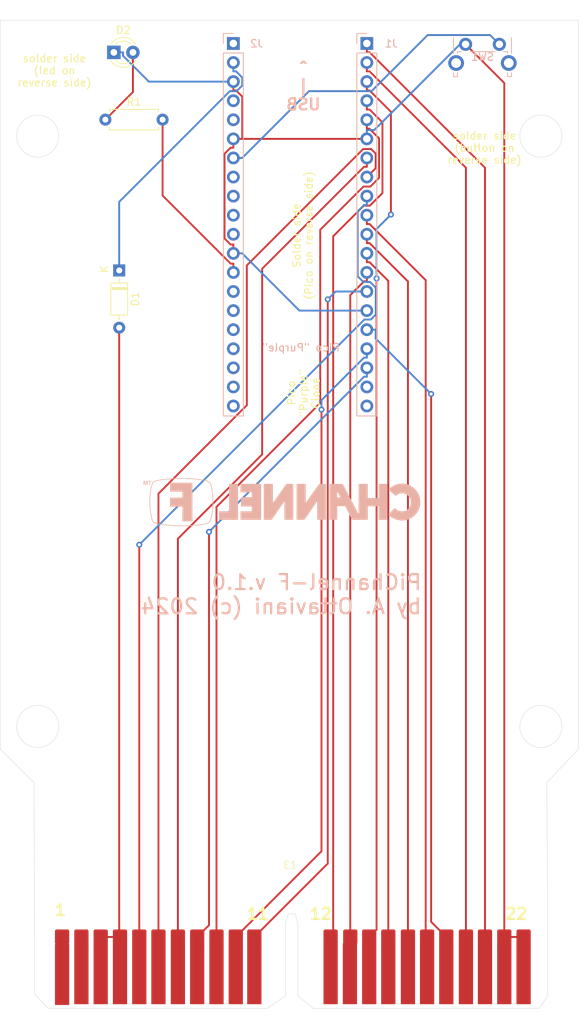
<source format=kicad_pcb>
(kicad_pcb (version 20240108) (generator "pcbnew") (generator_version "8.0")
  (title_block (title "ColecoVision Reprogrammable Memory Card") (date "2022-11-15") (rev "1") (company "Jaystonians Retro Wares"))
  (layers (0 "F.Cu" signal) (31 "B.Cu" signal) (34 "B.Paste" user) (35 "F.Paste" user) (36 "B.SilkS" user "B.Silkscreen") (37 "F.SilkS" user "F.Silkscreen") (38 "B.Mask" user) (39 "F.Mask" user) (44 "Edge.Cuts" user))
  (net 0 "")
  (net 1 "Net-(D1-K)")
  (net 2 "GND")
  (net 3 "+5V")
  (net 4 "D0")
  (net 5 "D1")
  (net 7 "D6")
  (net 8 "D3")
  (net 9 "D5")
  (net 12 "D4")
  (net 13 "D7")
  (net 14 "RST")
  (net 15 "D2")
  (net 19 "Net-(D2-A)")
  (net 24 "ROMC0")
  (net 25 "WRITE")
  (net 26 "ROMC3")
  (net 27 "ROMC4")
  (net 28 "~{INTREQ}")
  (net 29 "ROMC1")
  (net 30 "ROMC2")
  (net 31 "PHI")
  (net 40 "LED")
  (footprint "Diode_THT:D_DO-35_SOD27_P7.62mm_Horizontal" (layer "F.Cu") (at 75.85 58.3 -90)
    (property "Reference" "D1" (at 3.81 -2.12 90) (layer "F.SilkS"))
    (property "Value" "Diode" (hide yes))
    (fp_text user "K" (at -0.175 2 90) (layer "F.SilkS"))
    (pad "1" thru_hole rect (at 0 0 270) (size 1.6 1.6) (drill 0.8) (layers "*.Cu" "*.Mask") (net 1 "Net-(D1-K)"))
    (pad "2" thru_hole oval (at 7.62 0 270) (size 1.6 1.6) (drill 0.8) (layers "*.Cu" "*.Mask") (net 3 "+5V"))
  )
  (footprint "LED_THT:LED_D3.0mm" (layer "F.Cu") (at 75.135 29.275)
    (property "Reference" "D2" (at 1.27 -2.96 0) (layer "F.SilkS"))
    (property "Value" "LED" (hide yes))
    (pad "1" thru_hole rect (at 0 0) (size 1.8 1.8) (drill 0.9) (layers "*.Cu" "*.Mask") (net 2 "GND"))
    (pad "2" thru_hole circle (at 2.54 0) (size 1.8 1.8) (drill 0.9) (layers "*.Cu" "*.Mask") (net 19 "Net-(D2-A)"))
  )
  (footprint "Resistor_THT:R_Axial_DIN0207_L6.3mm_D2.5mm_P7.62mm_Horizontal" (layer "F.Cu") (at 74.005 38.225)
    (property "Reference" "R1" (at 3.81 -2.37 0) (layer "F.SilkS"))
    (property "Value" "330" (hide yes))
    (pad "1" thru_hole circle (at 0 0) (size 1.6 1.6) (drill 0.8) (layers "*.Cu" "*.Mask") (net 19 "Net-(D2-A)"))
    (pad "2" thru_hole oval (at 7.62 0) (size 1.6 1.6) (drill 0.8) (layers "*.Cu" "*.Mask") (net 40 "LED"))
  )
  (footprint "Library:ChannelF_EDGE" (layer "F.Cu") (at 68.144 149.025)
    (property "Reference" "E1" (at 30.48 -11.557 0) (layer "F.SilkS") (effects (font (thickness 0.1))))
    (property "Value" "ChannelF Edge" (hide yes))
    (fp_line (start -3.556 5.588) (end -3.6 -7) (stroke (width 0.05)) (layer "Edge.Cuts"))
    (fp_line (start -1.778 7.5) (end -3.556 5.588) (stroke (width 0.05)) (layer "Edge.Cuts"))
    (fp_line (start 27.432 7.5) (end -1.778 7.5) (stroke (width 0.05)) (layer "Edge.Cuts"))
    (fp_line (start 29.845 -3.81) (end 29.845 5.842) (stroke (width 0.05)) (layer "Edge.Cuts"))
    (fp_line (start 29.845 5.842) (end 27.432 7.5) (stroke (width 0.05)) (layer "Edge.Cuts"))
    (fp_line (start 30.226 -5.08) (end 29.845 -3.81) (stroke (width 0.05)) (layer "Edge.Cuts"))
    (fp_line (start 31.115 -5.08) (end 30.226 -5.08) (stroke (width 0.05)) (layer "Edge.Cuts"))
    (fp_line (start 31.496 -3.81) (end 31.12 -5.08) (stroke (width 0.05)) (layer "Edge.Cuts"))
    (fp_line (start 31.496 5.842) (end 31.496 -3.81) (stroke (width 0.05)) (layer "Edge.Cuts"))
    (fp_line (start 33.528 7.493) (end 31.496 5.842) (stroke (width 0.05)) (layer "Edge.Cuts"))
    (fp_line (start 63.627 7.5) (end 33.528 7.5) (stroke (width 0.05)) (layer "Edge.Cuts"))
    (fp_line (start 64.77 -6.223) (end 64.77 5.842) (stroke (width 0.05)) (layer "Edge.Cuts"))
    (fp_line (start 64.77 5.842) (end 63.627 7.5) (stroke (width 0.05)) (layer "Edge.Cuts"))
    (fp_text user "22" (at 60.584 -5.08 0) (layer "F.SilkS") (effects (font (size 1.5 1.5) (thickness 0.3))))
    (fp_text user "11" (at 26.162 -5.08 0) (layer "F.SilkS") (effects (font (size 1.5 1.5) (thickness 0.3))))
    (fp_text user "12" (at 34.549 -5.08 0) (layer "F.SilkS") (effects (font (size 1.5 1.5) (thickness 0.3))))
    (fp_text user "1" (at -0.127 -5.588 0) (layer "F.SilkS") (effects (font (size 1.5 1.5) (thickness 0.3))))
    (pad "" smd rect (at 0.1 3) (size 1.9 8.1) (layers "F.Cu" "F.Paste" "F.Mask"))
    (pad "" smd rect (at 2.67 2.9) (size 1.9 8.1) (layers "F.Cu" "F.Paste" "F.Mask"))
    (pad "" smd rect (at 5.24 2.9) (size 1.9 8.1) (layers "F.Cu" "F.Paste" "F.Mask"))
    (pad "" smd rect (at 7.81 2.9) (size 1.9 8.1) (layers "F.Cu" "F.Paste" "F.Mask"))
    (pad "" smd rect (at 10.38 2.9) (size 1.9 8.1) (layers "F.Cu" "F.Paste" "F.Mask"))
    (pad "" smd rect (at 12.931 2.9) (size 1.9 8.1) (layers "F.Cu" "F.Paste" "F.Mask"))
    (pad "" smd rect (at 15.52 2.9) (size 1.9 8.1) (layers "F.Cu" "F.Paste" "F.Mask"))
    (pad "" smd rect (at 18.09 2.9) (size 1.9 8.1) (layers "F.Cu" "F.Paste" "F.Mask"))
    (pad "" smd rect (at 20.66 2.9) (size 1.9 8.1) (layers "F.Cu" "F.Paste" "F.Mask"))
    (pad "" smd rect (at 23.23 2.9) (size 1.9 8.1) (layers "F.Cu" "F.Paste" "F.Mask"))
    (pad "" smd rect (at 25.7 2.9) (size 1.9 8.1) (layers "F.Cu" "F.Paste" "F.Mask"))
    (pad "" smd rect (at 35.856 2.9) (size 1.9 8.1) (layers "F.Cu" "F.Paste" "F.Mask"))
    (pad "" smd rect (at 38.426 2.9) (size 1.9 8.1) (layers "F.Cu" "F.Paste" "F.Mask"))
    (pad "" smd rect (at 40.996 2.9) (size 1.9 8.1) (layers "F.Cu" "F.Paste" "F.Mask"))
    (pad "" smd rect (at 43.538 2.9) (size 1.9 8.1) (layers "F.Cu" "F.Paste" "F.Mask"))
    (pad "" smd rect (at 46.155 2.9) (size 1.9 8.1) (layers "F.Cu" "F.Paste" "F.Mask"))
    (pad "" smd rect (at 48.706 2.9) (size 1.9 8.1) (layers "F.Cu" "F.Paste" "F.Mask"))
    (pad "" smd rect (at 51.262 2.9) (size 1.9 8.1) (layers "F.Cu" "F.Paste" "F.Mask"))
    (pad "" smd rect (at 53.879 2.9) (size 1.9 8.1) (layers "F.Cu" "F.Paste" "F.Mask"))
    (pad "" smd rect (at 56.416 2.9) (size 1.9 8.1) (layers "F.Cu" "F.Paste" "F.Mask"))
    (pad "" smd rect (at 58.986 2.9) (size 1.9 8.1) (layers "F.Cu" "F.Paste" "F.Mask"))
    (pad "" smd rect (at 61.556 2.9) (size 1.9 8.1) (layers "F.Cu" "F.Paste" "F.Mask"))
    (pad "1" smd roundrect (at 0.1 -2) (size 1.9 2) (layers "F.Cu" "F.Paste" "F.Mask") (roundrect_rratio 0.1230314961))
    (pad "2" smd roundrect (at 2.67 -2) (size 1.9 2) (layers "F.Cu" "F.Paste" "F.Mask") (roundrect_rratio 0.1230314961))
    (pad "3" smd roundrect (at 5.24 -2) (size 1.9 2) (layers "F.Cu" "F.Paste" "F.Mask") (roundrect_rratio 0.1230314961) (net 3 "+5V"))
    (pad "4" smd roundrect (at 7.81 -2) (size 1.9 2) (layers "F.Cu" "F.Paste" "F.Mask") (roundrect_rratio 0.1230314961) (net 3 "+5V"))
    (pad "5" smd roundrect (at 10.38 -2) (size 1.9 2) (layers "F.Cu" "F.Paste" "F.Mask") (roundrect_rratio 0.1230314961) (net 13 "D7"))
    (pad "6" smd roundrect (at 12.931 -2) (size 1.9 2) (layers "F.Cu" "F.Paste" "F.Mask") (roundrect_rratio 0.1230314961) (net 7 "D6"))
    (pad "7" smd roundrect (at 15.52 -2) (size 1.9 2) (layers "F.Cu" "F.Paste" "F.Mask") (roundrect_rratio 0.1230314961) (net 9 "D5"))
    (pad "8" smd roundrect (at 18.09 -2) (size 1.9 2) (layers "F.Cu" "F.Paste" "F.Mask") (roundrect_rratio 0.1230314961) (net 25 "WRITE"))
    (pad "9" smd roundrect (at 20.66 -2) (size 1.9 2) (layers "F.Cu" "F.Paste" "F.Mask") (roundrect_rratio 0.1230314961) (net 12 "D4"))
    (pad "10" smd roundrect (at 23.23 -2) (size 1.9 2) (layers "F.Cu" "F.Paste" "F.Mask") (roundrect_rratio 0.1230314961) (net 31 "PHI"))
    (pad "11" smd roundrect (at 25.7 -2) (size 1.9 2) (layers "F.Cu" "F.Paste" "F.Mask") (roundrect_rratio 0.1230314961) (net 27 "ROMC4"))
    (pad "12" smd roundrect (at 35.856 -2) (size 1.9 2) (layers "F.Cu" "F.Paste" "F.Mask") (roundrect_rratio 0.1230314961) (net 8 "D3"))
    (pad "13" smd roundrect (at 38.476 -2) (size 1.9 2) (layers "F.Cu" "F.Paste" "F.Mask") (roundrect_rratio 0.1230314961) (net 26 "ROMC3"))
    (pad "14" smd roundrect (at 40.996 -2) (size 1.9 2) (layers "F.Cu" "F.Paste" "F.Mask") (roundrect_rratio 0.1230314961) (net 15 "D2"))
    (pad "15" smd roundrect (at 43.538 -2) (size 1.9 2) (layers "F.Cu" "F.Paste" "F.Mask") (roundrect_rratio 0.1230314961) (net 30 "ROMC2"))
    (pad "16" smd roundrect (at 46.155 -2) (size 1.9 2) (layers "F.Cu" "F.Paste" "F.Mask") (roundrect_rratio 0.1230314961) (net 29 "ROMC1"))
    (pad "17" smd roundrect (at 48.706 -2) (size 1.9 2) (layers "F.Cu" "F.Paste" "F.Mask") (roundrect_rratio 0.1230314961) (net 24 "ROMC0"))
    (pad "18" smd roundrect (at 51.262 -2) (size 1.9 2) (layers "F.Cu" "F.Paste" "F.Mask") (roundrect_rratio 0.1230314961) (net 28 "~{INTREQ}"))
    (pad "19" smd roundrect (at 53.879 -2) (size 1.9 2) (layers "F.Cu" "F.Paste" "F.Mask") (roundrect_rratio 0.1230314961) (net 5 "D1"))
    (pad "20" smd roundrect (at 56.416 -2) (size 1.9 2) (layers "F.Cu" "F.Paste" "F.Mask") (roundrect_rratio 0.1230314961) (net 4 "D0"))
    (pad "21" smd roundrect (at 58.986 -2) (size 1.9 2) (layers "F.Cu" "F.Paste" "F.Mask") (roundrect_rratio 0.1230314961) (net 2 "GND"))
    (pad "22" smd roundrect (at 61.556 -2) (size 1.9 2) (layers "F.Cu" "F.Paste" "F.Mask") (roundrect_rratio 0.1230314961) (net 2 "GND"))
  )
  (footprint "LOGO" (layer "B.Cu") (at 97.683578 89.128118 180)
    (property "Reference" "G***" (hide yes))
    (property "Value" "LOGO" (hide yes))
  )
  (footprint "Connector_PinSocket_2.54mm:PinSocket_1x20_P2.54mm_Vertical" (layer "B.Cu") (at 108.825 28.085 180)
    (property "Reference" "J1" (at -3.25 -0.015 0) (layer "B.SilkS") (effects (justify mirror)))
    (property "Value" "Conn_01x20" (hide yes))
    (pad "1" thru_hole rect (at 0 0 180) (size 1.7 1.7) (drill 1) (layers "*.Cu" "*.Mask") (net 4 "D0"))
    (pad "2" thru_hole oval (at 0 -2.54 180) (size 1.7 1.7) (drill 1) (layers "*.Cu" "*.Mask") (net 5 "D1"))
    (pad "3" thru_hole oval (at 0 -5.08 180) (size 1.7 1.7) (drill 1) (layers "*.Cu" "*.Mask") (net 15 "D2"))
    (pad "4" thru_hole oval (at 0 -7.62 180) (size 1.7 1.7) (drill 1) (layers "*.Cu" "*.Mask") (net 8 "D3"))
    (pad "5" thru_hole oval (at 0 -10.16 180) (size 1.7 1.7) (drill 1) (layers "*.Cu" "*.Mask") (net 12 "D4"))
    (pad "6" thru_hole oval (at 0 -12.7 180) (size 1.7 1.7) (drill 1) (layers "*.Cu" "*.Mask") (net 2 "GND"))
    (pad "7" thru_hole oval (at 0 -15.24 180) (size 1.7 1.7) (drill 1) (layers "*.Cu" "*.Mask") (net 9 "D5"))
    (pad "8" thru_hole oval (at 0 -17.78 180) (size 1.7 1.7) (drill 1) (layers "*.Cu" "*.Mask") (net 7 "D6"))
    (pad "9" thru_hole oval (at 0 -20.32 180) (size 1.7 1.7) (drill 1) (layers "*.Cu" "*.Mask") (net 13 "D7"))
    (pad "10" thru_hole oval (at 0 -22.86 180) (size 1.7 1.7) (drill 1) (layers "*.Cu" "*.Mask") (net 24 "ROMC0"))
    (pad "11" thru_hole oval (at 0 -25.4 180) (size 1.7 1.7) (drill 1) (layers "*.Cu" "*.Mask") (net 29 "ROMC1"))
    (pad "12" thru_hole oval (at 0 -27.94 180) (size 1.7 1.7) (drill 1) (layers "*.Cu" "*.Mask") (net 30 "ROMC2"))
    (pad "13" thru_hole oval (at 0 -30.48 180) (size 1.7 1.7) (drill 1) (layers "*.Cu" "*.Mask") (net 26 "ROMC3"))
    (pad "14" thru_hole oval (at 0 -33.02 180) (size 1.7 1.7) (drill 1) (layers "*.Cu" "*.Mask") (net 27 "ROMC4"))
    (pad "15" thru_hole oval (at 0 -35.56 180) (size 1.7 1.7) (drill 1) (layers "*.Cu" "*.Mask") (net 2 "GND"))
    (pad "16" thru_hole oval (at 0 -38.1 180) (size 1.7 1.7) (drill 1) (layers "*.Cu" "*.Mask") (net 28 "~{INTREQ}"))
    (pad "17" thru_hole oval (at 0 -40.64 180) (size 1.7 1.7) (drill 1) (layers "*.Cu" "*.Mask") (net 31 "PHI"))
    (pad "18" thru_hole oval (at 0 -43.18 180) (size 1.7 1.7) (drill 1) (layers "*.Cu" "*.Mask") (net 25 "WRITE"))
    (pad "19" thru_hole oval (at 0 -45.72 180) (size 1.7 1.7) (drill 1) (layers "*.Cu" "*.Mask"))
    (pad "20" thru_hole oval (at 0 -48.26 180) (size 1.7 1.7) (drill 1) (layers "*.Cu" "*.Mask"))
  )
  (footprint "Button_Switch_THT:SW_Tactile_SPST_Angled_PTS645Vx58-2LFS" (layer "B.Cu") (at 126.475 28.2 180)
    (property "Reference" "SW1" (at 2.25 -1.68 0) (layer "B.SilkS") (effects (justify mirror)))
    (property "Value" "SW_Push" (hide yes))
    (pad "" thru_hole circle (at -1.25 -2.49 180) (size 2.1 2.1) (drill 1.3) (layers "*.Cu" "*.Mask"))
    (pad "" thru_hole circle (at 5.76 -2.49 180) (size 2.1 2.1) (drill 1.3) (layers "*.Cu" "*.Mask"))
    (pad "1" thru_hole circle (at 0 0 180) (size 1.75 1.75) (drill 0.99) (layers "*.Cu" "*.Mask") (net 14 "RST"))
    (pad "2" thru_hole circle (at 4.5 0 180) (size 1.75 1.75) (drill 0.99) (layers "*.Cu" "*.Mask") (net 2 "GND"))
  )
  (footprint "Connector_PinSocket_2.54mm:PinSocket_1x20_P2.54mm_Vertical" (layer "B.Cu") (at 91.05 28.085 180)
    (property "Reference" "J2" (at -3.1 -0.015 0) (layer "B.SilkS") (effects (justify mirror)))
    (property "Value" "Conn_01x20" (hide yes))
    (pad "1" thru_hole rect (at 0 0 180) (size 1.7 1.7) (drill 1) (layers "*.Cu" "*.Mask"))
    (pad "2" thru_hole oval (at 0 -2.54 180) (size 1.7 1.7) (drill 1) (layers "*.Cu" "*.Mask") (net 1 "Net-(D1-K)"))
    (pad "3" thru_hole oval (at 0 -5.08 180) (size 1.7 1.7) (drill 1) (layers "*.Cu" "*.Mask") (net 2 "GND"))
    (pad "4" thru_hole oval (at 0 -7.62 180) (size 1.7 1.7) (drill 1) (layers "*.Cu" "*.Mask"))
    (pad "5" thru_hole oval (at 0 -10.16 180) (size 1.7 1.7) (drill 1) (layers "*.Cu" "*.Mask"))
    (pad "6" thru_hole oval (at 0 -12.7 180) (size 1.7 1.7) (drill 1) (layers "*.Cu" "*.Mask") (net 2 "GND"))
    (pad "7" thru_hole oval (at 0 -15.24 180) (size 1.7 1.7) (drill 1) (layers "*.Cu" "*.Mask") (net 14 "RST"))
    (pad "8" thru_hole oval (at 0 -17.78 180) (size 1.7 1.7) (drill 1) (layers "*.Cu" "*.Mask"))
    (pad "9" thru_hole oval (at 0 -20.32 180) (size 1.7 1.7) (drill 1) (layers "*.Cu" "*.Mask"))
    (pad "10" thru_hole oval (at 0 -22.86 180) (size 1.7 1.7) (drill 1) (layers "*.Cu" "*.Mask"))
    (pad "11" thru_hole oval (at 0 -25.4 180) (size 1.7 1.7) (drill 1) (layers "*.Cu" "*.Mask"))
    (pad "12" thru_hole oval (at 0 -27.94 180) (size 1.7 1.7) (drill 1) (layers "*.Cu" "*.Mask") (net 2 "GND"))
    (pad "13" thru_hole oval (at 0 -30.48 180) (size 1.7 1.7) (drill 1) (layers "*.Cu" "*.Mask") (net 40 "LED"))
    (pad "14" thru_hole oval (at 0 -33.02 180) (size 1.7 1.7) (drill 1) (layers "*.Cu" "*.Mask"))
    (pad "15" thru_hole oval (at 0 -35.56 180) (size 1.7 1.7) (drill 1) (layers "*.Cu" "*.Mask"))
    (pad "16" thru_hole oval (at 0 -38.1 180) (size 1.7 1.7) (drill 1) (layers "*.Cu" "*.Mask"))
    (pad "17" thru_hole oval (at 0 -40.64 180) (size 1.7 1.7) (drill 1) (layers "*.Cu" "*.Mask"))
    (pad "18" thru_hole oval (at 0 -43.18 180) (size 1.7 1.7) (drill 1) (layers "*.Cu" "*.Mask"))
    (pad "19" thru_hole oval (at 0 -45.72 180) (size 1.7 1.7) (drill 1) (layers "*.Cu" "*.Mask"))
    (pad "20" thru_hole oval (at 0 -48.26 180) (size 1.7 1.7) (drill 1) (layers "*.Cu" "*.Mask"))
  )
  (gr_line (start 60 25) (end 60 122) (stroke (width 0.05)) (layer "Edge.Cuts"))
  (gr_line (start 132.914 142.802) (end 132.775 126.5) (stroke (width 0.05)) (layer "Edge.Cuts"))
  (gr_circle (center 65 40.425) (end 67.8 40.425) (stroke (width 0.05)) (fill none) (layer "Edge.Cuts"))
  (gr_circle (center 132 119) (end 134.8 119) (stroke (width 0.05)) (fill none) (layer "Edge.Cuts"))
  (gr_line (start 60 122) (end 64.515 126.5) (stroke (width 0.05)) (layer "Edge.Cuts"))
  (gr_line (start 137 122) (end 137 25) (stroke (width 0.05)) (layer "Edge.Cuts"))
  (gr_circle (center 132 40.425) (end 134.8 40.425) (stroke (width 0.05)) (fill none) (layer "Edge.Cuts"))
  (gr_line (start 132.775 126.5) (end 137 122) (stroke (width 0.05)) (layer "Edge.Cuts"))
  (gr_line (start 64.515 126.5) (end 64.544 142.025) (stroke (width 0.05)) (layer "Edge.Cuts"))
  (gr_circle (center 65 119) (end 67.8 119) (stroke (width 0.05)) (fill none) (layer "Edge.Cuts"))
  (gr_line (start 137 25) (end 60 25) (stroke (width 0.05)) (layer "Edge.Cuts"))
  (gr_text "^\n|\nUSB\n" (at 100.375 37.075 0) (layer "B.SilkS") (effects (font (size 1.5 1.5) (thickness 0.3) (bold yes)) (justify bottom mirror)))
  (gr_text "PiChannel-F v.1.0\nby A. Ottaviani (c) 2024" (at 116.275 104.2 0) (layer "B.SilkS") (effects (font (size 2 2) (thickness 0.3)) (justify left bottom mirror)))
  (gr_text "Pico {dblquote}Purple{dblquote}" (at 105.325 69.15 0) (layer "B.SilkS") (effects (font (size 1 1)) (justify left bottom mirror)))
  (gr_text "solder side\n(button on\nreverse side)" (at 124.5 44.175 0) (layer "F.SilkS") (effects (font (size 1 1)) (justify bottom)))
  (gr_text "Solder side\n(Pico on reverse side)" (at 101.675 53.65 90) (layer "F.SilkS") (effects (font (size 1 1)) (justify bottom)))
  (gr_text "Pico\n{dblquote}Purple{dblquote}\nClone" (at 102.6 74.625 90) (layer "F.SilkS") (effects (font (size 1 1)) (justify bottom)))
  (gr_text "solder side\n(led on\nreverse side)" (at 67.225 33.875 0) (layer "F.SilkS") (effects (font (size 1 1)) (justify bottom)))
  (segment (start 91.05 30.625) (end 91.05 31.8017) (width 0.25) (layer "B.Cu") (net 1))
  (segment (start 91.4177 31.8017) (end 92.2407 32.6247) (width 0.25) (layer "B.Cu") (net 1))
  (segment (start 90.5809 34.4349) (end 75.85 49.1658) (width 0.25) (layer "B.Cu") (net 1))
  (segment (start 75.85 49.1658) (end 75.85 58.3) (width 0.25) (layer "B.Cu") (net 1))
  (segment (start 92.2407 32.6247) (end 92.2407 33.6829) (width 0.25) (layer "B.Cu") (net 1))
  (segment (start 92.2407 33.6829) (end 91.4887 34.4349) (width 0.25) (layer "B.Cu") (net 1))
  (segment (start 91.4887 34.4349) (end 90.5809 34.4349) (width 0.25) (layer "B.Cu") (net 1))
  (segment (start 91.05 31.8017) (end 91.4177 31.8017) (width 0.25) (layer "B.Cu") (net 1))
  (segment (start 129.7 147.025) (end 127.13 147.025) (width 0.25) (layer "F.Cu") (net 2))
  (segment (start 90.6822 41.9617) (end 91.05 41.9617) (width 0.25) (layer "F.Cu") (net 2))
  (segment (start 91.05 34.3417) (end 91.05 33.165) (width 0.25) (layer "F.Cu") (net 2))
  (segment (start 89.8733 54.0393) (end 89.8733 42.7706) (width 0.25) (layer "F.Cu") (net 2))
  (segment (start 91.05 54.8483) (end 90.6823 54.8483) (width 0.25) (layer "F.Cu") (net 2))
  (segment (start 92.2383 40.785) (end 92.2383 35.1623) (width 0.25) (layer "F.Cu") (net 2))
  (segment (start 92.2383 35.1623) (end 91.4177 34.3417) (width 0.25) (layer "F.Cu") (net 2))
  (segment (start 121.975 28.2) (end 127.13 33.355) (width 0.25) (layer "F.Cu") (net 2))
  (segment (start 108.825 40.785) (end 92.2383 40.785) (width 0.25) (layer "F.Cu") (net 2))
  (segment (start 91.05 56.025) (end 91.05 54.8483) (width 0.25) (layer "F.Cu") (net 2))
  (segment (start 90.6823 54.8483) (end 89.8733 54.0393) (width 0.25) (layer "F.Cu") (net 2))
  (segment (start 91.4177 34.3417) (end 91.05 34.3417) (width 0.25) (layer "F.Cu") (net 2))
  (segment (start 92.2383 40.785) (end 91.05 40.785) (width 0.25) (layer "F.Cu") (net 2))
  (segment (start 91.05 41.9617) (end 91.05 40.785) (width 0.25) (layer "F.Cu") (net 2))
  (segment (start 127.13 33.355) (end 127.13 147.025) (width 0.25) (layer "F.Cu") (net 2))
  (segment (start 89.8733 42.7706) (end 90.6822 41.9617) (width 0.25) (layer "F.Cu") (net 2))
  (segment (start 108.825 40.785) (end 108.825 39.6083) (width 0.25) (layer "B.Cu") (net 2))
  (segment (start 99.8467 63.645) (end 108.825 63.645) (width 0.25) (layer "B.Cu") (net 2))
  (segment (start 108.825 39.6083) (end 109.812 39.6083) (width 0.25) (layer "B.Cu") (net 2))
  (segment (start 109.812 39.6083) (end 121.221 28.2) (width 0.25) (layer "B.Cu") (net 2))
  (segment (start 121.221 28.2) (end 121.975 28.2) (width 0.25) (layer "B.Cu") (net 2))
  (segment (start 91.05 56.025) (end 92.2267 56.025) (width 0.25) (layer "B.Cu") (net 2))
  (segment (start 92.2267 56.025) (end 99.8467 63.645) (width 0.25) (layer "B.Cu") (net 2))
  (segment (start 79.7917 33.165) (end 91.05 33.165) (width 0.25) (layer "B.Cu") (net 2))
  (segment (start 75.135 29.275) (end 76.3617 29.275) (width 0.25) (layer "B.Cu") (net 2))
  (segment (start 76.3617 29.275) (end 76.3617 29.735) (width 0.25) (layer "B.Cu") (net 2))
  (segment (start 76.3617 29.735) (end 79.7917 33.165) (width 0.25) (layer "B.Cu") (net 2))
  (segment (start 75.954 147.025) (end 75.85 147.025) (width 0.25) (layer "F.Cu") (net 3))
  (segment (start 75.85 65.92) (end 75.85 147.025) (width 0.25) (layer "F.Cu") (net 3))
  (segment (start 75.85 147.025) (end 73.384 147.025) (width 0.25) (layer "F.Cu") (net 3))
  (segment (start 108.825 28.085) (end 108.825 29.2617) (width 0.25) (layer "F.Cu") (net 4))
  (segment (start 124.56 44.6309) (end 124.56 147.025) (width 0.25) (layer "F.Cu") (net 4))
  (segment (start 109.191 29.2617) (end 124.56 44.6309) (width 0.25) (layer "F.Cu") (net 4))
  (segment (start 108.825 29.2617) (end 109.191 29.2617) (width 0.25) (layer "F.Cu") (net 4))
  (segment (start 109.193 31.8017) (end 122.023 44.632) (width 0.25) (layer "F.Cu") (net 5))
  (segment (start 108.825 30.625) (end 108.825 31.8017) (width 0.25) (layer "F.Cu") (net 5))
  (segment (start 122.023 44.632) (end 122.023 147.025) (width 0.25) (layer "F.Cu") (net 5))
  (segment (start 108.825 31.8017) (end 109.193 31.8017) (width 0.25) (layer "F.Cu") (net 5))
  (segment (start 110.002 44.6883) (end 108.825 45.865) (width 0.25) (layer "F.Cu") (net 7))
  (segment (start 110.002 42.7471) (end 110.002 44.6883) (width 0.25) (layer "F.Cu") (net 7))
  (segment (start 92.8419 57.6327) (end 108.333 42.1415) (width 0.25) (layer "F.Cu") (net 7))
  (segment (start 81.075 147.025) (end 81.075 88.0111) (width 0.25) (layer "F.Cu") (net 7))
  (segment (start 109.396 42.1415) (end 110.002 42.7471) (width 0.25) (layer "F.Cu") (net 7))
  (segment (start 108.333 42.1415) (end 109.396 42.1415) (width 0.25) (layer "F.Cu") (net 7))
  (segment (start 92.8419 76.2442) (end 92.8419 57.6327) (width 0.25) (layer "F.Cu") (net 7))
  (segment (start 81.075 88.0111) (end 92.8419 76.2442) (width 0.25) (layer "F.Cu") (net 7))
  (segment (start 108.825 36.8817) (end 109.193 36.8817) (width 0.25) (layer "F.Cu") (net 8))
  (segment (start 104.345 53.7486) (end 104.345 146.68) (width 0.25) (layer "F.Cu") (net 8))
  (segment (start 104.345 146.68) (end 104 147.025) (width 0.25) (layer "F.Cu") (net 8))
  (segment (start 110.905 48) (end 109.23 49.675) (width 0.25) (layer "F.Cu") (net 8))
  (segment (start 108.825 35.705) (end 108.825 36.8817) (width 0.25) (layer "F.Cu") (net 8))
  (segment (start 108.418 49.675) (end 104.345 53.7486) (width 0.25) (layer "F.Cu") (net 8))
  (segment (start 109.193 36.8817) (end 110.905 38.594) (width 0.25) (layer "F.Cu") (net 8))
  (segment (start 110.905 38.594) (end 110.905 48) (width 0.25) (layer "F.Cu") (net 8))
  (segment (start 109.23 49.675) (end 108.418 49.675) (width 0.25) (layer "F.Cu") (net 8))
  (segment (start 108.457 44.5017) (end 94.8871 58.0719) (width 0.25) (layer "F.Cu") (net 9))
  (segment (start 108.825 43.325) (end 108.825 44.5017) (width 0.25) (layer "F.Cu") (net 9))
  (segment (start 108.825 44.5017) (end 108.457 44.5017) (width 0.25) (layer "F.Cu") (net 9))
  (segment (start 83.664 94.0139) (end 83.664 147.025) (width 0.25) (layer "F.Cu") (net 9))
  (segment (start 94.8871 58.0719) (end 94.8871 82.7908) (width 0.25) (layer "F.Cu") (net 9))
  (segment (start 94.8871 82.7908) (end 83.664 94.0139) (width 0.25) (layer "F.Cu") (net 9))
  (segment (start 88.804 89.7709) (end 102.62 75.9545) (width 0.25) (layer "F.Cu") (net 12))
  (segment (start 109.159 39.4217) (end 108.825 39.4217) (width 0.25) (layer "F.Cu") (net 12))
  (segment (start 110.453 45.9789) (end 110.453 40.7158) (width 0.25) (layer "F.Cu") (net 12))
  (segment (start 108.371 47.135) (end 109.297 47.135) (width 0.25) (layer "F.Cu") (net 12))
  (segment (start 88.804 147.025) (end 88.804 89.7709) (width 0.25) (layer "F.Cu") (net 12))
  (segment (start 102.62 52.8852) (end 108.371 47.135) (width 0.25) (layer "F.Cu") (net 12))
  (segment (start 108.825 39.4217) (end 108.825 38.245) (width 0.25) (layer "F.Cu") (net 12))
  (segment (start 102.62 75.9545) (end 102.62 52.8852) (width 0.25) (layer "F.Cu") (net 12))
  (segment (start 110.453 40.7158) (end 109.159 39.4217) (width 0.25) (layer "F.Cu") (net 12))
  (segment (start 109.297 47.135) (end 110.453 45.9789) (width 0.25) (layer "F.Cu") (net 12))
  (segment (start 78.524 147.025) (end 78.524 94.809) (width 0.25) (layer "F.Cu") (net 13))
  (via (at 78.524 94.809) (size 0.8) (drill 0.4) (layers "F.Cu" "B.Cu") (net 13))
  (segment (start 107.603 59.0777) (end 108.36 59.835) (width 0.25) (layer "B.Cu") (net 13))
  (segment (start 108.457 49.5817) (end 107.603 50.4364) (width 0.25) (layer "B.Cu") (net 13))
  (segment (start 109.355 64.8308) (end 108.502 64.8308) (width 0.25) (layer "B.Cu") (net 13))
  (segment (start 108.825 48.405) (end 108.825 49.5817) (width 0.25) (layer "B.Cu") (net 13))
  (segment (start 110.017 60.5928) (end 110.017 64.1683) (width 0.25) (layer "B.Cu") (net 13))
  (segment (start 107.603 50.4364) (end 107.603 59.0777) (width 0.25) (layer "B.Cu") (net 13))
  (segment (start 108.825 49.5817) (end 108.457 49.5817) (width 0.25) (layer "B.Cu") (net 13))
  (segment (start 109.259 59.835) (end 110.017 60.5928) (width 0.25) (layer "B.Cu") (net 13))
  (segment (start 110.017 64.1683) (end 109.355 64.8308) (width 0.25) (layer "B.Cu") (net 13))
  (segment (start 108.502 64.8308) (end 78.524 94.809) (width 0.25) (layer "B.Cu") (net 13))
  (segment (start 108.36 59.835) (end 109.259 59.835) (width 0.25) (layer "B.Cu") (net 13))
  (segment (start 116.924 26.9661) (end 125.241 26.9661) (width 0.25) (layer "B.Cu") (net 14))
  (segment (start 91.05 43.325) (end 92.2267 43.325) (width 0.25) (layer "B.Cu") (net 14))
  (segment (start 125.241 26.9661) (end 126.475 28.2) (width 0.25) (layer "B.Cu") (net 14))
  (segment (start 101.117 34.435) (end 109.455 34.435) (width 0.25) (layer "B.Cu") (net 14))
  (segment (start 92.2267 43.325) (end 101.117 34.435) (width 0.25) (layer "B.Cu") (net 14))
  (segment (start 109.455 34.435) (end 116.924 26.9661) (width 0.25) (layer "B.Cu") (net 14))
  (segment (start 108.825 34.3417) (end 109.193 34.3417) (width 0.25) (layer "F.Cu") (net 15))
  (segment (start 110.119 146.046) (end 110.119 59.3681) (width 0.25) (layer "F.Cu") (net 15))
  (segment (start 112.032 37.1813) (end 112.032 50.863) (width 0.25) (layer "F.Cu") (net 15))
  (segment (start 109.193 34.3417) (end 112.032 37.1813) (width 0.25) (layer "F.Cu") (net 15))
  (segment (start 109.14 147.025) (end 110.119 146.046) (width 0.25) (layer "F.Cu") (net 15))
  (segment (start 108.825 33.165) (end 108.825 34.3417) (width 0.25) (layer "F.Cu") (net 15))
  (via (at 110.119 59.3681) (size 0.8) (drill 0.4) (layers "F.Cu" "B.Cu") (net 15))
  (via (at 112.032 50.863) (size 0.8) (drill 0.4) (layers "F.Cu" "B.Cu") (net 15))
  (segment (start 110.119 52.7764) (end 110.119 59.3681) (width 0.25) (layer "B.Cu") (net 15))
  (segment (start 112.032 50.863) (end 110.119 52.7764) (width 0.25) (layer "B.Cu") (net 15))
  (segment (start 77.675 34.555) (end 74.005 38.225) (width 0.25) (layer "F.Cu") (net 19))
  (segment (start 77.675 29.275) (end 77.675 34.555) (width 0.25) (layer "F.Cu") (net 19))
  (segment (start 116.661 146.836) (end 116.85 147.025) (width 0.25) (layer "F.Cu") (net 24))
  (segment (start 108.825 50.945) (end 108.825 52.1217) (width 0.25) (layer "F.Cu") (net 24))
  (segment (start 108.825 52.1217) (end 109.193 52.1217) (width 0.25) (layer "F.Cu") (net 24))
  (segment (start 109.193 52.1217) (end 116.661 59.5898) (width 0.25) (layer "F.Cu") (net 24))
  (segment (start 116.661 59.5898) (end 116.661 146.836) (width 0.25) (layer "F.Cu") (net 24))
  (segment (start 87.8059 145.453) (end 87.8059 93.0994) (width 0.25) (layer "F.Cu") (net 25))
  (segment (start 86.234 147.025) (end 87.8059 145.453) (width 0.25) (layer "F.Cu") (net 25))
  (via (at 87.8059 93.0994) (size 0.8) (drill 0.4) (layers "F.Cu" "B.Cu") (net 25))
  (segment (start 108.825 72.4417) (end 108.464 72.4417) (width 0.25) (layer "B.Cu") (net 25))
  (segment (start 108.464 72.4417) (end 87.8059 93.0994) (width 0.25) (layer "B.Cu") (net 25))
  (segment (start 108.825 71.265) (end 108.825 72.4417) (width 0.25) (layer "B.Cu") (net 25))
  (segment (start 106.62 147.025) (end 106.62 61.579) (width 0.25) (layer "F.Cu") (net 26))
  (segment (start 106.62 61.579) (end 108.457 59.7417) (width 0.25) (layer "F.Cu") (net 26))
  (segment (start 108.457 59.7417) (end 108.825 59.7417) (width 0.25) (layer "F.Cu") (net 26))
  (segment (start 108.825 59.7417) (end 108.825 58.565) (width 0.25) (layer "F.Cu") (net 26))
  (segment (start 103.618 137.251) (end 93.844 147.025) (width 0.25) (layer "F.Cu") (net 27))
  (segment (start 103.618 62.1527) (end 103.618 137.251) (width 0.25) (layer "F.Cu") (net 27))
  (via (at 103.618 62.1527) (size 0.8) (drill 0.4) (layers "F.Cu" "B.Cu") (net 27))
  (segment (start 108.825 61.105) (end 104.666 61.105) (width 0.25) (layer "B.Cu") (net 27))
  (segment (start 104.666 61.105) (end 103.618 62.1527) (width 0.25) (layer "B.Cu") (net 27))
  (segment (start 117.388 145.006) (end 117.388 74.7475) (width 0.25) (layer "F.Cu") (net 28))
  (segment (start 119.406 147.025) (end 117.388 145.006) (width 0.25) (layer "F.Cu") (net 28))
  (via (at 117.388 74.7475) (size 0.8) (drill 0.4) (layers "F.Cu" "B.Cu") (net 28))
  (segment (start 108.825 66.185) (end 110.002 66.185) (width 0.25) (layer "B.Cu") (net 28))
  (segment (start 110.002 66.185) (end 110.002 67.3617) (width 0.25) (layer "B.Cu") (net 28))
  (segment (start 110.002 67.3617) (end 117.388 74.7475) (width 0.25) (layer "B.Cu") (net 28))
  (segment (start 108.825 54.6617) (end 109.193 54.6617) (width 0.25) (layer "F.Cu") (net 29))
  (segment (start 108.825 53.485) (end 108.825 54.6617) (width 0.25) (layer "F.Cu") (net 29))
  (segment (start 109.193 54.6617) (end 114.299 59.768) (width 0.25) (layer "F.Cu") (net 29))
  (segment (start 114.299 59.768) (end 114.299 147.025) (width 0.25) (layer "F.Cu") (net 29))
  (segment (start 109.193 57.2017) (end 111.682 59.691) (width 0.25) (layer "F.Cu") (net 30))
  (segment (start 111.682 59.691) (end 111.682 147.025) (width 0.25) (layer "F.Cu") (net 30))
  (segment (start 108.825 57.2017) (end 109.193 57.2017) (width 0.25) (layer "F.Cu") (net 30))
  (segment (start 108.825 56.025) (end 108.825 57.2017) (width 0.25) (layer "F.Cu") (net 30))
  (segment (start 102.785 135.614) (end 102.785 76.8243) (width 0.25) (layer "F.Cu") (net 31))
  (segment (start 91.374 147.025) (end 102.785 135.614) (width 0.25) (layer "F.Cu") (net 31))
  (via (at 102.785 76.8243) (size 0.8) (drill 0.4) (layers "F.Cu" "B.Cu") (net 31))
  (segment (start 102.785 75.5742) (end 102.785 76.8243) (width 0.25) (layer "B.Cu") (net 31))
  (segment (start 108.825 68.725) (end 108.825 69.9017) (width 0.25) (layer "B.Cu") (net 31))
  (segment (start 108.825 69.9017) (end 108.457 69.9017) (width 0.25) (layer "B.Cu") (net 31))
  (segment (start 108.457 69.9017) (end 102.785 75.5742) (width 0.25) (layer "B.Cu") (net 31))
  (segment (start 90.6823 57.3883) (end 81.625 48.331) (width 0.25) (layer "F.Cu") (net 40))
  (segment (start 91.05 57.3883) (end 90.6823 57.3883) (width 0.25) (layer "F.Cu") (net 40))
  (segment (start 81.625 48.331) (end 81.625 38.225) (width 0.25) (layer "F.Cu") (net 40))
  (segment (start 91.05 58.565) (end 91.05 57.3883) (width 0.25) (layer "F.Cu") (net 40))
)
</source>
